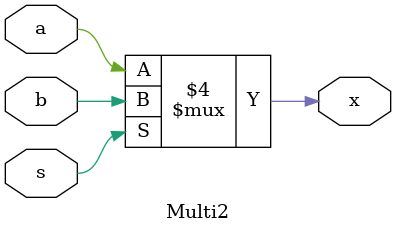
<source format=v>
module Multi2(a,b,s,x);

//Puertos
input a,b,s;
output reg x;	//Registro
//Funcional
//assign x=(a&~s)|(b&s);	

//Comportamental
always@(a,b,s)
begin
	if (s==0)
	begin
		x=a;
	end
	else
	begin
		x=b;
	end
end

endmodule
</source>
